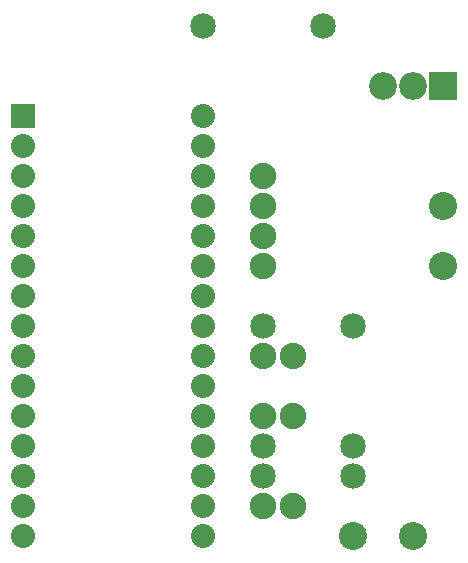
<source format=gts>
G04 MADE WITH FRITZING*
G04 WWW.FRITZING.ORG*
G04 DOUBLE SIDED*
G04 HOLES PLATED*
G04 CONTOUR ON CENTER OF CONTOUR VECTOR*
%ASAXBY*%
%FSLAX23Y23*%
%MOIN*%
%OFA0B0*%
%SFA1.0B1.0*%
%ADD10C,0.085000*%
%ADD11C,0.092000*%
%ADD12C,0.093307*%
%ADD13C,0.088000*%
%ADD14C,0.080000*%
%ADD15R,0.092000X0.092000*%
%ADD16R,0.079972X0.080000*%
%LNMASK1*%
G90*
G70*
G54D10*
X1236Y539D03*
X936Y539D03*
X1236Y1039D03*
X936Y1039D03*
X1236Y639D03*
X936Y639D03*
X736Y2039D03*
X1136Y2039D03*
G54D11*
X1536Y1839D03*
X1436Y1839D03*
X1336Y1839D03*
G54D12*
X1536Y1239D03*
X1536Y1439D03*
X1236Y339D03*
X1436Y339D03*
G54D13*
X1036Y439D03*
X936Y439D03*
X1036Y939D03*
X936Y939D03*
X1036Y739D03*
X936Y739D03*
X936Y1539D03*
X936Y1439D03*
X936Y1339D03*
X936Y1239D03*
G54D14*
X136Y1739D03*
X136Y1639D03*
X136Y1539D03*
X136Y1439D03*
X136Y1339D03*
X136Y1239D03*
X136Y1139D03*
X136Y1039D03*
X136Y939D03*
X136Y839D03*
X136Y739D03*
X136Y639D03*
X136Y539D03*
X136Y439D03*
X136Y339D03*
X736Y1739D03*
X736Y1639D03*
X736Y1539D03*
X736Y1439D03*
X736Y1339D03*
X736Y1239D03*
X736Y1139D03*
X736Y1039D03*
X736Y939D03*
X736Y839D03*
X736Y739D03*
X736Y639D03*
X736Y539D03*
X736Y439D03*
X736Y339D03*
G54D15*
X1536Y1839D03*
G54D16*
X136Y1739D03*
G04 End of Mask1*
M02*
</source>
